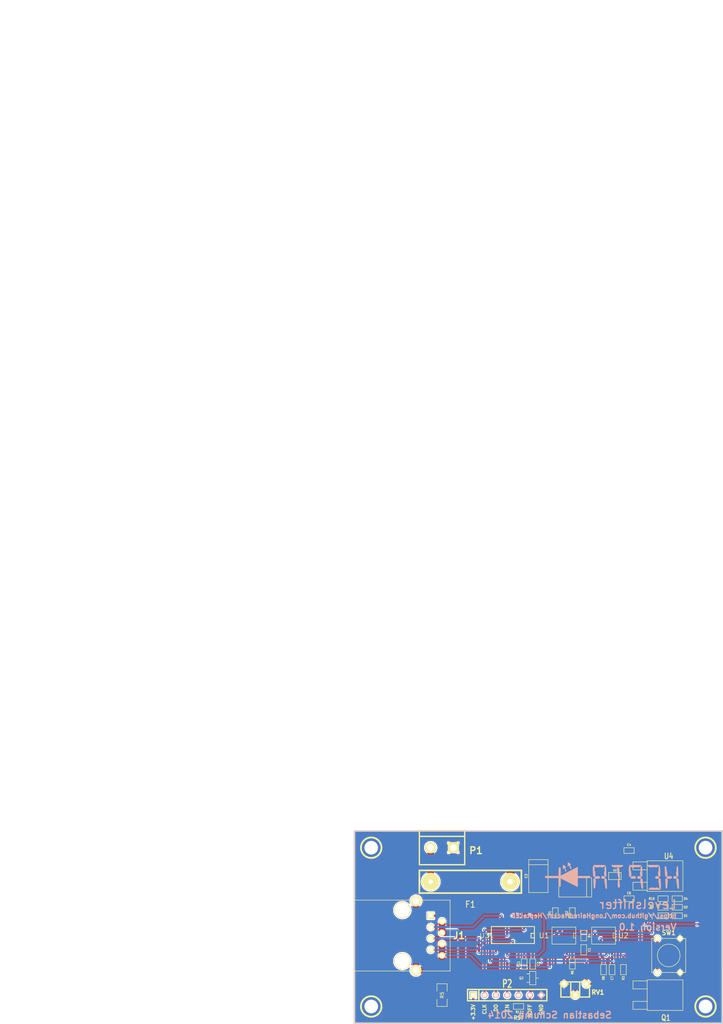
<source format=kicad_pcb>
(kicad_pcb (version 3) (host pcbnew "(2013-may-18)-stable")
  (layers (15 F.Cu signal) (0 B.Cu signal) (18 B.Paste user) (19 F.Paste user) (20 B.SilkS user) (21 F.SilkS user) (22 B.Mask user) (23 F.Mask user) (28 Edge.Cuts user))
  (net 0 "")
  (net 1 +24V)
  (net 2 +3.3V)
  (net 3 +5V)
  (net 4 3.3_Clock)
  (net 5 3.3_Data_Out)
  (net 6 3.3_Enable)
  (net 7 3.3_Reset)
  (net 8 BusOff)
  (net 9 Clock)
  (net 10 Data_Out)
  (net 11 Enable)
  (net 12 GND)
  (net 13 N-0000010)
  (net 14 N-0000011)
  (net 15 N-0000012)
  (net 16 N-0000013)
  (net 17 N-0000016)
  (net 18 N-0000018)
  (net 19 N-0000020)
  (net 20 N-0000022)
  (net 21 N-0000023)
  (net 22 N-0000024)
  (net 23 N-0000027)
  (net 24 N-0000028)
  (net 25 PowerOn)
  (net 26 Reset)
  (net 27 Sense)
  (net 28 Shutdown)
  (module trimmer_piher_pt6xh (layer F.Cu) (at 361.95 231.775)
    (fp_text reference RV1 (at 5.08 0.635) (layer F.SilkS) (effects (font (thickness 0.25))))
    (fp_text value POT hide)
    (pad 1 thru_hole circle (at 2.49936 -1.24968) (size 1.75006 1.75006) (drill 0.89916) (layers *.Cu *.Mask F.SilkS) (net 3 +5V))
    (pad 2 thru_hole circle (at 0 1.24968) (size 1.75006 1.75006) (drill 0.89916) (layers *.Cu *.Mask F.SilkS) (net 15 N-0000012))
    (pad 3 thru_hole circle (at -2.49936 -1.24968) (size 1.75006 1.75006) (drill 0.89916) (layers *.Cu *.Mask F.SilkS) (net 12 GND))
  )
  (module SW_PUSH_SMALL (layer F.Cu) (at 382.905 224.155 90)
    (fp_text reference SW1 (at 5.08 0 180) (layer F.SilkS) (effects (font (size 1.016 1.016) (thickness 0.2032))))
    (fp_text value SW_PUSH hide)
    (pad 1 thru_hole circle (at 3.81 -2.54 90) (size 1.397 1.397) (drill 0.8128) (layers *.Cu *.Mask F.SilkS) (net 22 N-0000024))
    (pad 2 thru_hole circle (at 3.81 2.54 90) (size 1.397 1.397) (drill 0.8128) (layers *.Cu *.Mask F.SilkS) (net 12 GND))
    (pad 1 thru_hole circle (at -3.81 -2.54 90) (size 1.397 1.397) (drill 0.8128) (layers *.Cu *.Mask F.SilkS) (net 22 N-0000024))
    (pad 2 thru_hole circle (at -3.81 2.54 90) (size 1.397 1.397) (drill 0.8128) (layers *.Cu *.Mask F.SilkS) (net 12 GND))
  )
  (module sot23 (layer F.Cu) (at 352.425 229.235 270)
    (fp_text reference Q2 (at 0 2.54 360) (layer F.SilkS) (effects (font (size 0.50038 0.50038) (thickness 0.09906))))
    (fp_text value NDS355 hide)
    (pad 1 smd rect (at -0.9525 1.05664 270) (size 0.59944 1.00076) (layers F.Cu F.Paste F.Mask) (net 18 N-0000018))
    (pad 2 smd rect (at 0 -1.05664 270) (size 0.59944 1.00076) (layers F.Cu F.Paste F.Mask) (net 17 N-0000016))
    (pad 3 smd rect (at 0.9525 1.05664 270) (size 0.59944 1.00076) (layers F.Cu F.Paste F.Mask) (net 12 GND))
  )
  (module sod123 (layer F.Cu) (at 370.84 206.375)
    (fp_text reference D3 (at 0 -1.27) (layer F.SilkS) (effects (font (size 0.39878 0.39878) (thickness 0.09906))))
    (fp_text value BAT42W hide)
    (pad 2 smd rect (at 1.67386 0) (size 0.8509 0.8509) (layers F.Cu F.Paste F.Mask) (net 1 +24V))
    (pad 1 smd rect (at -1.67386 0) (size 0.8509 0.8509) (layers F.Cu F.Paste F.Mask) (net 3 +5V))
  )
  (module SO8E (layer F.Cu) (at 368.3 219.71 180)
    (fp_text reference U2 (at -4.445 0 180) (layer F.SilkS) (effects (font (size 1.143 1.143) (thickness 0.1524))))
    (fp_text value SN74LVC1G74 hide)
    (pad 8 smd rect (at -1.905 -2.667 180) (size 0.59944 1.39954) (layers F.Cu F.Paste F.Mask) (net 3 +5V))
    (pad 1 smd rect (at -1.905 2.667 180) (size 0.59944 1.39954) (layers F.Cu F.Paste F.Mask) (net 12 GND))
    (pad 7 smd rect (at -0.635 -2.667 180) (size 0.59944 1.39954) (layers F.Cu F.Paste F.Mask) (net 28 Shutdown))
    (pad 6 smd rect (at 0.635 -2.667 180) (size 0.59944 1.39954) (layers F.Cu F.Paste F.Mask) (net 22 N-0000024))
    (pad 5 smd rect (at 1.905 -2.667 180) (size 0.59944 1.39954) (layers F.Cu F.Paste F.Mask) (net 8 BusOff))
    (pad 2 smd rect (at -0.635 2.667 180) (size 0.59944 1.39954) (layers F.Cu F.Paste F.Mask) (net 12 GND))
    (pad 3 smd rect (at 0.635 2.667 180) (size 0.59944 1.39954) (layers F.Cu F.Paste F.Mask) (net 25 PowerOn))
    (pad 4 smd rect (at 1.905 2.667 180) (size 0.59944 1.39954) (layers F.Cu F.Paste F.Mask) (net 12 GND))
  )
  (module SO8E (layer F.Cu) (at 359.41 219.71 180)
    (fp_text reference U1 (at 4.445 0 180) (layer F.SilkS) (effects (font (size 1.143 1.143) (thickness 0.1524))))
    (fp_text value LM358 hide)
    (pad 8 smd rect (at -1.905 -2.667 180) (size 0.59944 1.39954) (layers F.Cu F.Paste F.Mask) (net 3 +5V))
    (pad 1 smd rect (at -1.905 2.667 180) (size 0.59944 1.39954) (layers F.Cu F.Paste F.Mask) (net 21 N-0000023))
    (pad 7 smd rect (at -0.635 -2.667 180) (size 0.59944 1.39954) (layers F.Cu F.Paste F.Mask) (net 28 Shutdown))
    (pad 6 smd rect (at 0.635 -2.667 180) (size 0.59944 1.39954) (layers F.Cu F.Paste F.Mask) (net 20 N-0000022))
    (pad 5 smd rect (at 1.905 -2.667 180) (size 0.59944 1.39954) (layers F.Cu F.Paste F.Mask) (net 15 N-0000012))
    (pad 2 smd rect (at -0.635 2.667 180) (size 0.59944 1.39954) (layers F.Cu F.Paste F.Mask) (net 16 N-0000013))
    (pad 3 smd rect (at 0.635 2.667 180) (size 0.59944 1.39954) (layers F.Cu F.Paste F.Mask) (net 27 Sense))
    (pad 4 smd rect (at 1.905 2.667 180) (size 0.59944 1.39954) (layers F.Cu F.Paste F.Mask) (net 12 GND))
  )
  (module SM1206 (layer F.Cu) (at 332.105 233.045 270)
    (fp_text reference R5 (at 0 0 270) (layer F.SilkS) (effects (font (size 0.762 0.762) (thickness 0.127))))
    (fp_text value 0.05 hide)
    (pad 1 smd rect (at -1.651 0 270) (size 1.524 2.032) (layers F.Cu F.Paste F.Mask) (net 27 Sense))
    (pad 2 smd rect (at 1.651 0 270) (size 1.524 2.032) (layers F.Cu F.Paste F.Mask) (net 12 GND))
  )
  (module SM0603 (layer F.Cu) (at 384.81 215.265)
    (fp_text reference D1 (at 1.905 0) (layer F.SilkS) (effects (font (size 0.508 0.4572) (thickness 0.1143))))
    (fp_text value LED hide)
    (pad 1 smd rect (at -0.762 0) (size 0.635 1.143) (layers F.Cu F.Paste F.Mask) (net 19 N-0000020))
    (pad 2 smd rect (at 0.762 0) (size 0.635 1.143) (layers F.Cu F.Paste F.Mask) (net 12 GND))
  )
  (module SM0603 (layer F.Cu) (at 368.3 227.33 270)
    (fp_text reference R8 (at 1.905 0 270) (layer F.SilkS) (effects (font (size 0.508 0.4572) (thickness 0.1143))))
    (fp_text value 1k hide)
    (pad 1 smd rect (at -0.762 0 270) (size 0.635 1.143) (layers F.Cu F.Paste F.Mask) (net 22 N-0000024))
    (pad 2 smd rect (at 0.762 0 270) (size 0.635 1.143) (layers F.Cu F.Paste F.Mask) (net 3 +5V))
  )
  (module SM0603 (layer F.Cu) (at 361.315 226.06 270)
    (fp_text reference R6 (at 1.905 0 270) (layer F.SilkS) (effects (font (size 0.508 0.4572) (thickness 0.1143))))
    (fp_text value 1k hide)
    (pad 1 smd rect (at -0.762 0 270) (size 0.635 1.143) (layers F.Cu F.Paste F.Mask) (net 3 +5V))
    (pad 2 smd rect (at 0.762 0 270) (size 0.635 1.143) (layers F.Cu F.Paste F.Mask) (net 28 Shutdown))
  )
  (module SM0603 (layer F.Cu) (at 372.745 227.33 270)
    (fp_text reference R3 (at 1.905 0 270) (layer F.SilkS) (effects (font (size 0.508 0.4572) (thickness 0.1143))))
    (fp_text value 1k hide)
    (pad 1 smd rect (at -0.762 0 270) (size 0.635 1.143) (layers F.Cu F.Paste F.Mask) (net 3 +5V))
    (pad 2 smd rect (at 0.762 0 270) (size 0.635 1.143) (layers F.Cu F.Paste F.Mask) (net 25 PowerOn))
  )
  (module SM0603 (layer F.Cu) (at 381.635 215.265)
    (fp_text reference R7 (at -2.54 0) (layer F.SilkS) (effects (font (size 0.508 0.4572) (thickness 0.1143))))
    (fp_text value 1k hide)
    (pad 1 smd rect (at -0.762 0) (size 0.635 1.143) (layers F.Cu F.Paste F.Mask) (net 8 BusOff))
    (pad 2 smd rect (at 0.762 0) (size 0.635 1.143) (layers F.Cu F.Paste F.Mask) (net 19 N-0000020))
  )
  (module SM0603 (layer F.Cu) (at 361.315 214.63 270)
    (fp_text reference R2 (at 0 1.27 270) (layer F.SilkS) (effects (font (size 0.508 0.4572) (thickness 0.1143))))
    (fp_text value 90k hide)
    (pad 1 smd rect (at -0.762 0 270) (size 0.635 1.143) (layers F.Cu F.Paste F.Mask) (net 16 N-0000013))
    (pad 2 smd rect (at 0.762 0 270) (size 0.635 1.143) (layers F.Cu F.Paste F.Mask) (net 21 N-0000023))
  )
  (module SM0603 (layer F.Cu) (at 352.425 226.06 270)
    (fp_text reference C2 (at 0 -1.27 270) (layer F.SilkS) (effects (font (size 0.508 0.4572) (thickness 0.1143))))
    (fp_text value 100nf hide)
    (pad 1 smd rect (at -0.762 0 270) (size 0.635 1.143) (layers F.Cu F.Paste F.Mask) (net 3 +5V))
    (pad 2 smd rect (at 0.762 0 270) (size 0.635 1.143) (layers F.Cu F.Paste F.Mask) (net 12 GND))
  )
  (module SM0603 (layer F.Cu) (at 363.855 219.71 270)
    (fp_text reference R4 (at 0 -1.27 270) (layer F.SilkS) (effects (font (size 0.508 0.4572) (thickness 0.1143))))
    (fp_text value 100k hide)
    (pad 1 smd rect (at -0.762 0 270) (size 0.635 1.143) (layers F.Cu F.Paste F.Mask) (net 21 N-0000023))
    (pad 2 smd rect (at 0.762 0 270) (size 0.635 1.143) (layers F.Cu F.Paste F.Mask) (net 20 N-0000022))
  )
  (module SM0603 (layer F.Cu) (at 363.855 222.885 270)
    (fp_text reference C1 (at 0 -1.27 270) (layer F.SilkS) (effects (font (size 0.508 0.4572) (thickness 0.1143))))
    (fp_text value 100n hide)
    (pad 1 smd rect (at -0.762 0 270) (size 0.635 1.143) (layers F.Cu F.Paste F.Mask) (net 20 N-0000022))
    (pad 2 smd rect (at 0.762 0 270) (size 0.635 1.143) (layers F.Cu F.Paste F.Mask) (net 12 GND))
  )
  (module SM0603 (layer F.Cu) (at 370.205 227.33 270)
    (fp_text reference C7 (at 1.905 0 270) (layer F.SilkS) (effects (font (size 0.508 0.4572) (thickness 0.1143))))
    (fp_text value 100nf hide)
    (pad 1 smd rect (at -0.762 0 270) (size 0.635 1.143) (layers F.Cu F.Paste F.Mask) (net 3 +5V))
    (pad 2 smd rect (at 0.762 0 270) (size 0.635 1.143) (layers F.Cu F.Paste F.Mask) (net 12 GND))
  )
  (module SM0603 (layer F.Cu) (at 349.25 235.585)
    (fp_text reference R12 (at 0 1.27) (layer F.SilkS) (effects (font (size 0.508 0.4572) (thickness 0.1143))))
    (fp_text value 1k hide)
    (pad 1 smd rect (at -0.762 0) (size 0.635 1.143) (layers F.Cu F.Paste F.Mask) (net 2 +3.3V))
    (pad 2 smd rect (at 0.762 0) (size 0.635 1.143) (layers F.Cu F.Paste F.Mask) (net 17 N-0000016))
  )
  (module SM0603 (layer F.Cu) (at 350.52 226.06 270)
    (fp_text reference R11 (at 0 1.27 270) (layer F.SilkS) (effects (font (size 0.508 0.4572) (thickness 0.1143))))
    (fp_text value 1k hide)
    (pad 1 smd rect (at -0.762 0 270) (size 0.635 1.143) (layers F.Cu F.Paste F.Mask) (net 8 BusOff))
    (pad 2 smd rect (at 0.762 0 270) (size 0.635 1.143) (layers F.Cu F.Paste F.Mask) (net 18 N-0000018))
  )
  (module SM0603 (layer F.Cu) (at 374.015 200.66 180)
    (fp_text reference C4 (at 0 1.27 180) (layer F.SilkS) (effects (font (size 0.508 0.4572) (thickness 0.1143))))
    (fp_text value 100nF hide)
    (pad 1 smd rect (at -0.762 0 180) (size 0.635 1.143) (layers F.Cu F.Paste F.Mask) (net 1 +24V))
    (pad 2 smd rect (at 0.762 0 180) (size 0.635 1.143) (layers F.Cu F.Paste F.Mask) (net 12 GND))
  )
  (module SM0603 (layer F.Cu) (at 357.505 214.63 270)
    (fp_text reference R1 (at 0 1.27 270) (layer F.SilkS) (effects (font (size 0.508 0.4572) (thickness 0.1143))))
    (fp_text value 10k hide)
    (pad 1 smd rect (at -0.762 0 270) (size 0.635 1.143) (layers F.Cu F.Paste F.Mask) (net 16 N-0000013))
    (pad 2 smd rect (at 0.762 0 270) (size 0.635 1.143) (layers F.Cu F.Paste F.Mask) (net 12 GND))
  )
  (module SM0603 (layer F.Cu) (at 384.81 213.36)
    (fp_text reference D2 (at 1.905 0) (layer F.SilkS) (effects (font (size 0.508 0.4572) (thickness 0.1143))))
    (fp_text value LED hide)
    (pad 1 smd rect (at -0.762 0) (size 0.635 1.143) (layers F.Cu F.Paste F.Mask) (net 24 N-0000028))
    (pad 2 smd rect (at 0.762 0) (size 0.635 1.143) (layers F.Cu F.Paste F.Mask) (net 12 GND))
  )
  (module SM0603 (layer F.Cu) (at 381.635 213.36)
    (fp_text reference R9 (at -2.54 0) (layer F.SilkS) (effects (font (size 0.508 0.4572) (thickness 0.1143))))
    (fp_text value 1k hide)
    (pad 1 smd rect (at -0.762 0) (size 0.635 1.143) (layers F.Cu F.Paste F.Mask) (net 1 +24V))
    (pad 2 smd rect (at 0.762 0) (size 0.635 1.143) (layers F.Cu F.Paste F.Mask) (net 24 N-0000028))
  )
  (module SM0603 (layer F.Cu) (at 384.81 211.455)
    (fp_text reference D4 (at 1.905 0) (layer F.SilkS) (effects (font (size 0.508 0.4572) (thickness 0.1143))))
    (fp_text value LED hide)
    (pad 1 smd rect (at -0.762 0) (size 0.635 1.143) (layers F.Cu F.Paste F.Mask) (net 14 N-0000011))
    (pad 2 smd rect (at 0.762 0) (size 0.635 1.143) (layers F.Cu F.Paste F.Mask) (net 12 GND))
  )
  (module SM0603 (layer F.Cu) (at 381.635 211.455)
    (fp_text reference R10 (at -2.54 0) (layer F.SilkS) (effects (font (size 0.508 0.4572) (thickness 0.1143))))
    (fp_text value 1k hide)
    (pad 1 smd rect (at -0.762 0) (size 0.635 1.143) (layers F.Cu F.Paste F.Mask) (net 3 +5V))
    (pad 2 smd rect (at 0.762 0) (size 0.635 1.143) (layers F.Cu F.Paste F.Mask) (net 14 N-0000011))
  )
  (module SM0603 (layer F.Cu) (at 374.015 211.455 180)
    (fp_text reference C6 (at 0 1.27 180) (layer F.SilkS) (effects (font (size 0.508 0.4572) (thickness 0.1143))))
    (fp_text value 100nF hide)
    (pad 1 smd rect (at -0.762 0 180) (size 0.635 1.143) (layers F.Cu F.Paste F.Mask) (net 3 +5V))
    (pad 2 smd rect (at 0.762 0 180) (size 0.635 1.143) (layers F.Cu F.Paste F.Mask) (net 12 GND))
  )
  (module RJ45_MEBP_8-8G (layer F.Cu) (at 323.215 219.71 270)
    (fp_text reference J1 (at 0 -12.7 360) (layer F.SilkS) (effects (font (size 1.524 1.524) (thickness 0.3048))))
    (fp_text value RJ45 hide)
    (pad "" thru_hole circle (at 5.715 0 270) (size 3.64998 3.64998) (drill 3.2512) (layers *.Cu *.Mask F.SilkS))
    (pad "" thru_hole circle (at -5.715 0 270) (size 3.64998 3.64998) (drill 3.2512) (layers *.Cu *.Mask F.SilkS))
    (pad 1 thru_hole rect (at -4.445 -6.35 270) (size 1.50114 1.50114) (drill 0.89916) (layers *.Cu *.Mask F.SilkS) (net 9 Clock))
    (pad 2 thru_hole circle (at -3.175 -8.89 270) (size 1.50114 1.50114) (drill 0.89916) (layers *.Cu *.Mask F.SilkS) (net 23 N-0000027))
    (pad 3 thru_hole circle (at -1.905 -6.35 270) (size 1.50114 1.50114) (drill 0.89916) (layers *.Cu *.Mask F.SilkS) (net 11 Enable))
    (pad 4 thru_hole circle (at -0.635 -8.89 270) (size 1.50114 1.50114) (drill 0.89916) (layers *.Cu *.Mask F.SilkS) (net 23 N-0000027))
    (pad 5 thru_hole circle (at 0.635 -6.35 270) (size 1.50114 1.50114) (drill 0.89916) (layers *.Cu *.Mask F.SilkS) (net 10 Data_Out))
    (pad 6 thru_hole circle (at 1.905 -8.89 270) (size 1.50114 1.50114) (drill 0.89916) (layers *.Cu *.Mask F.SilkS) (net 27 Sense))
    (pad 7 thru_hole circle (at 3.175 -6.35 270) (size 1.50114 1.50114) (drill 0.89916) (layers *.Cu *.Mask F.SilkS) (net 26 Reset))
    (pad 8 thru_hole circle (at 4.445 -8.89 270) (size 1.50114 1.50114) (drill 0.89916) (layers *.Cu *.Mask F.SilkS) (net 27 Sense))
    (pad 9 thru_hole circle (at -7.745 -3.05 270) (size 2.5 2.5) (drill 1.6) (layers *.Cu *.Mask F.SilkS) (net 27 Sense))
    (pad 10 thru_hole circle (at 7.747 -3.05 270) (size 2.5 2.5) (drill 1.6) (layers *.Cu *.Mask F.SilkS) (net 27 Sense))
  )
  (module fuse1 (layer F.Cu) (at 338.455 207.645)
    (fp_text reference F1 (at 0 5.08) (layer F.SilkS) (effects (font (size 1.397 1.27) (thickness 0.2032))))
    (fp_text value FUSE hide)
    (pad 1 thru_hole circle (at -8.89 0) (size 4.0005 4.0005) (drill 1.00076) (layers *.Cu *.Mask F.SilkS) (net 13 N-0000010))
    (pad 2 thru_hole circle (at 8.89 0) (size 4.0005 4.0005) (drill 1.27) (layers *.Cu *.Mask F.SilkS) (net 1 +24V))
  )
  (module DPAK2 (layer F.Cu) (at 376.555 206.375 270)
    (fp_text reference U4 (at -4.445 -6.35 360) (layer F.SilkS) (effects (font (size 1.27 1.016) (thickness 0.2032))))
    (fp_text value TS2937 hide)
    (pad 1 smd rect (at -2.286 0 270) (size 1.651 3.048) (layers F.Cu F.Paste F.Mask) (net 1 +24V))
    (pad 2 smd rect (at 0 -6.35 270) (size 6.096 6.096) (layers F.Cu F.Paste F.Mask) (net 12 GND))
    (pad 3 smd rect (at 2.286 0 270) (size 1.651 3.048) (layers F.Cu F.Paste F.Mask) (net 3 +5V))
  )
  (module c_tant_D (layer F.Cu) (at 361.95 208.915)
    (fp_text reference C5 (at 0 -2.7305) (layer F.SilkS) (effects (font (size 0.50038 0.50038) (thickness 0.11938))))
    (fp_text value 10uF hide)
    (pad 1 smd rect (at 2.99974 0) (size 2.55016 2.70002) (layers F.Cu F.Paste F.Mask) (net 3 +5V))
    (pad 2 smd rect (at -2.99974 0) (size 2.55016 3.79984) (layers F.Cu F.Paste F.Mask) (net 12 GND))
  )
  (module c_tant_D (layer F.Cu) (at 353.695 206.375 90)
    (fp_text reference C3 (at 0 -2.7305 90) (layer F.SilkS) (effects (font (size 0.50038 0.50038) (thickness 0.11938))))
    (fp_text value 10uF hide)
    (pad 1 smd rect (at 2.99974 0 90) (size 2.55016 2.70002) (layers F.Cu F.Paste F.Mask) (net 1 +24V))
    (pad 2 smd rect (at -2.99974 0 90) (size 2.55016 3.79984) (layers F.Cu F.Paste F.Mask) (net 12 GND))
  )
  (module bornier2 (layer F.Cu) (at 332.105 200.025 180)
    (fp_text reference P1 (at -7.62 -0.635 180) (layer F.SilkS) (effects (font (size 1.524 1.524) (thickness 0.3048))))
    (fp_text value CONN_2 hide)
    (pad 1 thru_hole rect (at -2.54 0 180) (size 2.54 2.54) (drill 1.524) (layers *.Cu *.Mask F.SilkS) (net 12 GND))
    (pad 2 thru_hole circle (at 2.54 0 180) (size 2.54 2.54) (drill 1.524) (layers *.Cu *.Mask F.SilkS) (net 13 N-0000010))
  )
  (module SO14E (layer F.Cu) (at 347.98 219.71 180)
    (fp_text reference U3 (at 6.35 0 180) (layer F.SilkS) (effects (font (size 1.016 1.143) (thickness 0.127))))
    (fp_text value 74HCT125 hide)
    (pad 1 smd rect (at -3.81 2.794 180) (size 0.508 1.143) (layers F.Cu F.Paste F.Mask) (net 8 BusOff))
    (pad 2 smd rect (at -2.54 2.794 180) (size 0.508 1.143) (layers F.Cu F.Paste F.Mask) (net 4 3.3_Clock))
    (pad 3 smd rect (at -1.27 2.794 180) (size 0.508 1.143) (layers F.Cu F.Paste F.Mask) (net 9 Clock))
    (pad 4 smd rect (at 0 2.794 180) (size 0.508 1.143) (layers F.Cu F.Paste F.Mask) (net 8 BusOff))
    (pad 5 smd rect (at 1.27 2.794 180) (size 0.508 1.143) (layers F.Cu F.Paste F.Mask) (net 6 3.3_Enable))
    (pad 6 smd rect (at 2.54 2.794 180) (size 0.508 1.143) (layers F.Cu F.Paste F.Mask) (net 11 Enable))
    (pad 7 smd rect (at 3.81 2.794 180) (size 0.508 1.143) (layers F.Cu F.Paste F.Mask) (net 12 GND))
    (pad 8 smd rect (at 3.81 -2.54 180) (size 0.508 1.143) (layers F.Cu F.Paste F.Mask) (net 10 Data_Out))
    (pad 9 smd rect (at 2.54 -2.54 180) (size 0.508 1.143) (layers F.Cu F.Paste F.Mask) (net 5 3.3_Data_Out))
    (pad 10 smd rect (at 1.27 -2.54 180) (size 0.508 1.143) (layers F.Cu F.Paste F.Mask) (net 8 BusOff))
    (pad 11 smd rect (at 0 -2.54 180) (size 0.508 1.143) (layers F.Cu F.Paste F.Mask) (net 26 Reset))
    (pad 12 smd rect (at -1.27 -2.54 180) (size 0.508 1.143) (layers F.Cu F.Paste F.Mask) (net 7 3.3_Reset))
    (pad 13 smd rect (at -2.54 -2.54 180) (size 0.508 1.143) (layers F.Cu F.Paste F.Mask) (net 8 BusOff))
    (pad 14 smd rect (at -3.81 -2.54 180) (size 0.508 1.143) (layers F.Cu F.Paste F.Mask) (net 3 +5V))
  )
  (module DPAK2 (layer F.Cu) (at 376.555 233.045 270)
    (fp_text reference Q1 (at 5.08 -5.715 360) (layer F.SilkS) (effects (font (size 1.27 1.016) (thickness 0.2032))))
    (fp_text value IRLR110 hide)
    (pad 1 smd rect (at -2.286 0 270) (size 1.651 3.048) (layers F.Cu F.Paste F.Mask) (net 25 PowerOn))
    (pad 2 smd rect (at 0 -6.35 270) (size 6.096 6.096) (layers F.Cu F.Paste F.Mask) (net 1 +24V))
    (pad 3 smd rect (at 2.286 0 270) (size 1.651 3.048) (layers F.Cu F.Paste F.Mask) (net 23 N-0000027))
  )
  (module SIL-7 (layer F.Cu) (at 346.71 233.045)
    (fp_text reference P2 (at 0 -2.54) (layer F.SilkS) (effects (font (size 1.72974 1.08712) (thickness 0.3048))))
    (fp_text value CONN_7 hide)
    (pad 1 thru_hole rect (at -7.62 0) (size 1.397 1.397) (drill 0.8128) (layers *.Cu *.Mask F.SilkS) (net 2 +3.3V))
    (pad 2 thru_hole circle (at -5.08 0) (size 1.397 1.397) (drill 0.8128) (layers *.Cu *.SilkS *.Mask) (net 4 3.3_Clock))
    (pad 3 thru_hole circle (at -2.54 0) (size 1.397 1.397) (drill 0.8128) (layers *.Cu *.SilkS *.Mask) (net 5 3.3_Data_Out))
    (pad 4 thru_hole circle (at 0 0) (size 1.397 1.397) (drill 0.8128) (layers *.Cu *.SilkS *.Mask) (net 6 3.3_Enable))
    (pad 5 thru_hole circle (at 2.54 0) (size 1.397 1.397) (drill 0.8128) (layers *.Cu *.SilkS *.Mask) (net 7 3.3_Reset))
    (pad 6 thru_hole circle (at 5.08 0) (size 1.397 1.397) (drill 0.8128) (layers *.Cu *.SilkS *.Mask) (net 17 N-0000016))
    (pad 7 thru_hole circle (at 7.62 0) (size 1.397 1.397) (drill 0.8128) (layers *.Cu *.SilkS *.Mask) (net 12 GND))
  )
  (module 1pin (layer F.Cu) (at 316.23 200.025)
    (fp_text reference 1PIN hide)
    (fp_text value P*** hide)
    (pad 1 thru_hole circle (at 0 0) (size 4.5 4.5) (drill 3.048) (layers *.Cu *.Mask))
  )
  (module 1pin (layer F.Cu) (at 391.16 200.025)
    (fp_text reference 1PIN hide)
    (fp_text value P*** hide)
    (pad 1 thru_hole circle (at 0 0) (size 4.5 4.5) (drill 3.048) (layers *.Cu *.Mask))
  )
  (module 1pin (layer F.Cu) (at 391.16 235.585)
    (fp_text reference 1PIN hide)
    (fp_text value P*** hide)
    (pad 1 thru_hole circle (at 0 0) (size 4.5 4.5) (drill 3.048) (layers *.Cu *.Mask))
  )
  (module 1pin (layer F.Cu) (at 316.23 235.585)
    (fp_text reference 1PIN hide)
    (fp_text value P*** hide)
    (pad 1 thru_hole circle (at 0 0) (size 4.5 4.5) (drill 3.048) (layers *.Cu *.Mask))
  )
  (module logo_silkbot_30_00mm (layer B.Cu) (at 370.205 206.375)
    (fp_text reference G*** hide)
    (fp_text value logo_silkbot_30_00mm hide)
  )
  (gr_text "Sebastian Schumb 2014" (at 356.235 237.49) (layer B.SilkS) (effects (font (size 1.5 1.5) (thickness 0.3)) (justify mirror)))
  (gr_text "Version 1.0" (at 384.81 217.805) (layer B.SilkS) (effects (font (size 1.5 1.5) (thickness 0.3)) (justify left mirror)))
  (gr_text Levelshifter (at 384.81 212.725) (layer B.SilkS) (effects (font (size 2 2) (thickness 0.3)) (justify left mirror)))
  (gr_text https://github.com/LongHairedHacker/HeptaLED (at 384.81 215.265) (layer B.SilkS) (effects (font (size 1 1) (thickness 0.25)) (justify left mirror)))
  (gr_line (start 312.42 239.395) (end 312.42 196.215) (angle 90) (layer B.SilkS) (width 0.2))
  (gr_line (start 394.97 239.395) (end 312.42 239.395) (angle 90) (layer B.SilkS) (width 0.2))
  (gr_line (start 394.97 196.215) (end 394.97 239.395) (angle 90) (layer B.SilkS) (width 0.2))
  (gr_line (start 312.42 196.215) (end 394.97 196.215) (angle 90) (layer B.SilkS) (width 0.2))
  (gr_line (start 312.42 196.215) (end 312.42 239.395) (angle 90) (layer F.SilkS) (width 0.2))
  (gr_line (start 394.97 196.215) (end 312.42 196.215) (angle 90) (layer F.SilkS) (width 0.2))
  (gr_line (start 394.97 239.395) (end 394.97 196.215) (angle 90) (layer F.SilkS) (width 0.2))
  (gr_line (start 312.42 239.395) (end 394.97 239.395) (angle 90) (layer F.SilkS) (width 0.2))
  (gr_text GND (at 354.33 234.95 90) (layer F.SilkS) (effects (font (size 0.8 0.8) (thickness 0.2)) (justify right)))
  (gr_text BOFF (at 351.79 234.95 90) (layer F.SilkS) (effects (font (size 0.8 0.8) (thickness 0.2)) (justify right)))
  (gr_text RST (at 349.25 238.125) (layer F.SilkS) (effects (font (size 0.8 0.8) (thickness 0.2))))
  (gr_text EN (at 346.71 234.95 90) (layer F.SilkS) (effects (font (size 0.8 0.9) (thickness 0.2)) (justify right)))
  (gr_text DO (at 344.17 234.95 90) (layer F.SilkS) (effects (font (size 0.8 0.8) (thickness 0.2)) (justify right)))
  (gr_text CLK (at 341.63 234.95 90) (layer F.SilkS) (effects (font (size 0.8 0.8) (thickness 0.2)) (justify right)))
  (gr_text +3.3V (at 339.09 234.95 90) (layer F.SilkS) (effects (font (size 0.8 0.8) (thickness 0.2)) (justify right)))
  (gr_line (start 312.42 239.395) (end 394.97 239.395) (angle 90) (layer Edge.Cuts) (width 0.1))
  (gr_line (start 312.42 196.215) (end 394.97 196.215) (angle 90) (layer Edge.Cuts) (width 0.1))
  (gr_line (start 394.97 196.215) (end 394.97 239.395) (angle 90) (layer Edge.Cuts) (width 0.1))
  (gr_line (start 394.97 239.395) (end 394.97 226.695) (angle 90) (layer Edge.Cuts) (width 0.1))
  (gr_line (start 312.42 196.215) (end 312.42 239.395) (angle 90) (layer Edge.Cuts) (width 0.1))
  (target plus (at 233.045 10.16) (size 0.005) (width 0.1) (layer Edge.Cuts))
  (target plus (at 233.045 10.16) (size 0.005) (width 0.1) (layer Edge.Cuts))
  (segment (start 374.777 200.66) (end 376.555 200.66) (width 0.5) (layer F.Cu) (net 1))
  (segment (start 353.695 203.37526) (end 349.70974 203.37526) (width 1.5) (layer F.Cu) (net 1))
  (segment (start 347.345 205.74) (end 349.25 203.835) (width 1.5) (layer F.Cu) (net 1))
  (segment (start 347.345 205.74) (end 347.345 207.645) (width 1.5) (layer F.Cu) (net 1))
  (segment (start 349.70974 203.37526) (end 349.25 203.835) (width 1.5) (layer F.Cu) (net 1))
  (via (at 377.825 217.17) (size 0.6) (drill 0.2) (layers F.Cu B.Cu) (net 1))
  (segment (start 389.255 217.17) (end 377.825 217.17) (width 0.5) (layer B.Cu) (net 1))
  (segment (start 389.255 217.17) (end 389.255 217.17) (width 0.5) (layer F.Cu) (net 1))
  (segment (start 391.16 217.17) (end 389.255 217.17) (width 0.5) (layer F.Cu) (net 1))
  (via (at 389.255 217.17) (size 0.6) (drill 0.2) (layers F.Cu B.Cu) (net 1))
  (segment (start 379.095 213.36) (end 380.873 213.36) (width 0.5) (layer F.Cu) (net 1))
  (segment (start 377.825 214.63) (end 379.095 213.36) (width 0.5) (layer F.Cu) (net 1))
  (segment (start 377.825 214.63) (end 377.825 214.63) (width 0.5) (layer F.Cu) (net 1))
  (segment (start 377.825 217.17) (end 377.825 214.63) (width 0.5) (layer F.Cu) (net 1))
  (segment (start 391.16 205.74) (end 386.08 200.66) (width 1.5) (layer F.Cu) (net 1))
  (segment (start 387.35 233.045) (end 391.16 229.235) (width 1.5) (layer F.Cu) (net 1))
  (segment (start 382.905 233.045) (end 387.35 233.045) (width 1.5) (layer F.Cu) (net 1))
  (segment (start 391.16 205.74) (end 391.16 217.17) (width 1.5) (layer F.Cu) (net 1))
  (segment (start 391.16 217.17) (end 391.16 229.235) (width 1.5) (layer F.Cu) (net 1))
  (segment (start 376.555 201.93) (end 376.555 201.295) (width 1.5) (layer F.Cu) (net 1))
  (segment (start 376.555 201.295) (end 376.555 200.66) (width 1.5) (layer F.Cu) (net 1))
  (segment (start 376.555 201.93) (end 376.555 204.089) (width 1.5) (layer F.Cu) (net 1))
  (segment (start 386.08 200.66) (end 376.555 200.66) (width 1.5) (layer F.Cu) (net 1))
  (segment (start 372.51386 204.089) (end 371.80012 203.37526) (width 1.5) (layer F.Cu) (net 1))
  (segment (start 371.80012 203.37526) (end 353.695 203.37526) (width 1.5) (layer F.Cu) (net 1))
  (segment (start 372.51386 206.375) (end 372.51386 204.089) (width 0.5) (layer F.Cu) (net 1))
  (segment (start 372.745 204.47) (end 372.745 204.089) (width 0.5) (layer F.Cu) (net 1))
  (segment (start 372.745 204.32014) (end 372.745 204.47) (width 0.5) (layer F.Cu) (net 1))
  (segment (start 372.51386 204.089) (end 372.745 204.32014) (width 0.5) (layer F.Cu) (net 1))
  (segment (start 372.745 204.089) (end 376.555 204.089) (width 1.5) (layer F.Cu) (net 1))
  (segment (start 339.09 233.045) (end 339.09 234.95) (width 0.5) (layer F.Cu) (net 2))
  (segment (start 339.725 235.585) (end 339.09 234.95) (width 0.5) (layer F.Cu) (net 2))
  (segment (start 339.725 235.585) (end 348.488 235.585) (width 0.5) (layer F.Cu) (net 2))
  (segment (start 364.49 225.425) (end 354.33 225.425) (width 0.5) (layer B.Cu) (net 3))
  (segment (start 354.33 225.425) (end 354.203 225.298) (width 0.5) (layer F.Cu) (net 3))
  (segment (start 354.203 225.298) (end 352.425 225.298) (width 0.5) (layer F.Cu) (net 3))
  (via (at 354.33 225.425) (size 0.6) (drill 0.2) (layers F.Cu B.Cu) (net 3))
  (segment (start 368.3 228.092) (end 368.3 229.235) (width 0.5) (layer F.Cu) (net 3))
  (segment (start 364.46968 230.505) (end 367.03 230.505) (width 0.5) (layer F.Cu) (net 3))
  (segment (start 367.03 230.505) (end 368.3 229.235) (width 0.5) (layer F.Cu) (net 3))
  (segment (start 364.46968 230.505) (end 364.44936 230.52532) (width 0.5) (layer F.Cu) (net 3))
  (via (at 370.205 225.425) (size 0.6) (drill 0.2) (layers F.Cu B.Cu) (net 3))
  (via (at 364.49 225.425) (size 0.6) (drill 0.2) (layers F.Cu B.Cu) (net 3))
  (segment (start 364.49 225.425) (end 370.205 225.425) (width 0.5) (layer B.Cu) (net 3))
  (segment (start 370.205 226.568) (end 370.205 225.425) (width 0.5) (layer F.Cu) (net 3))
  (segment (start 370.205 225.425) (end 370.205 224.155) (width 0.5) (layer F.Cu) (net 3))
  (segment (start 364.49 225.425) (end 364.363 225.298) (width 0.5) (layer F.Cu) (net 3))
  (segment (start 364.49 230.48468) (end 364.49 226.06) (width 0.5) (layer F.Cu) (net 3))
  (segment (start 364.49 226.06) (end 364.49 225.425) (width 0.5) (layer F.Cu) (net 3))
  (segment (start 364.44936 230.52532) (end 364.49 230.48468) (width 0.5) (layer F.Cu) (net 3))
  (segment (start 364.363 225.298) (end 361.315 225.298) (width 0.5) (layer F.Cu) (net 3))
  (segment (start 351.79 222.25) (end 351.79 222.885) (width 0.5) (layer F.Cu) (net 3))
  (segment (start 352.425 223.52) (end 352.425 225.298) (width 0.5) (layer F.Cu) (net 3))
  (segment (start 351.79 222.885) (end 352.425 223.52) (width 0.5) (layer F.Cu) (net 3))
  (segment (start 376.555 211.455) (end 380.873 211.455) (width 0.5) (layer F.Cu) (net 3))
  (segment (start 372.745 224.155) (end 375.92 224.155) (width 0.5) (layer F.Cu) (net 3))
  (segment (start 375.92 224.155) (end 376.555 223.52) (width 0.5) (layer F.Cu) (net 3))
  (via (at 372.745 224.155) (size 0.6) (drill 0.2) (layers F.Cu B.Cu) (net 3))
  (via (at 370.205 224.155) (size 0.6) (drill 0.2) (layers F.Cu B.Cu) (net 3))
  (segment (start 370.205 224.155) (end 372.745 224.155) (width 0.5) (layer B.Cu) (net 3))
  (segment (start 372.745 224.155) (end 372.745 226.568) (width 0.5) (layer F.Cu) (net 3))
  (segment (start 376.555 223.52) (end 376.555 223.52) (width 0.5) (layer F.Cu) (net 3))
  (segment (start 376.555 223.52) (end 376.555 211.455) (width 0.5) (layer F.Cu) (net 3))
  (segment (start 374.777 211.455) (end 376.555 211.455) (width 0.5) (layer F.Cu) (net 3))
  (segment (start 376.555 208.661) (end 376.555 211.455) (width 0.5) (layer F.Cu) (net 3))
  (segment (start 369.16614 206.375) (end 369.16614 208.915) (width 0.5) (layer F.Cu) (net 3))
  (segment (start 369.16614 208.915) (end 368.935 208.915) (width 0.5) (layer F.Cu) (net 3))
  (segment (start 376.555 208.661) (end 371.729 208.661) (width 1.5) (layer F.Cu) (net 3))
  (segment (start 371.475 208.915) (end 368.935 208.915) (width 1.5) (layer F.Cu) (net 3))
  (segment (start 368.935 208.915) (end 364.94974 208.915) (width 1.5) (layer F.Cu) (net 3))
  (segment (start 371.729 208.661) (end 371.475 208.915) (width 1.5) (layer F.Cu) (net 3))
  (segment (start 361.315 225.298) (end 361.315 224.155) (width 0.5) (layer F.Cu) (net 3))
  (segment (start 361.315 224.155) (end 361.315 222.377) (width 0.5) (layer F.Cu) (net 3))
  (segment (start 370.205 222.377) (end 370.205 224.155) (width 0.5) (layer F.Cu) (net 3))
  (via (at 350.52 218.44) (size 0.6) (drill 0.2) (layers F.Cu B.Cu) (net 4))
  (segment (start 341.63 218.44) (end 350.52 218.44) (width 0.5) (layer B.Cu) (net 4))
  (segment (start 341.63 233.045) (end 341.63 218.44) (width 0.5) (layer F.Cu) (net 4))
  (via (at 341.63 218.44) (size 0.6) (drill 0.2) (layers F.Cu B.Cu) (net 4))
  (segment (start 350.52 218.44) (end 350.52 216.916) (width 0.5) (layer F.Cu) (net 4))
  (segment (start 345.44 222.25) (end 345.44 229.87) (width 0.5) (layer F.Cu) (net 5))
  (segment (start 344.17 231.14) (end 344.17 233.045) (width 0.5) (layer F.Cu) (net 5))
  (segment (start 345.44 229.87) (end 344.17 231.14) (width 0.5) (layer F.Cu) (net 5))
  (via (at 346.71 219.71) (size 0.6) (drill 0.2) (layers F.Cu B.Cu) (net 6))
  (segment (start 342.9 219.71) (end 346.71 219.71) (width 0.5) (layer B.Cu) (net 6))
  (via (at 342.9 225.425) (size 0.6) (drill 0.2) (layers F.Cu B.Cu) (net 6))
  (segment (start 346.71 225.425) (end 342.9 225.425) (width 0.5) (layer B.Cu) (net 6))
  (segment (start 346.71 233.045) (end 346.71 225.425) (width 0.5) (layer F.Cu) (net 6))
  (via (at 346.71 225.425) (size 0.6) (drill 0.2) (layers F.Cu B.Cu) (net 6))
  (segment (start 342.9 225.425) (end 342.9 219.71) (width 0.5) (layer F.Cu) (net 6))
  (via (at 342.9 219.71) (size 0.6) (drill 0.2) (layers F.Cu B.Cu) (net 6))
  (segment (start 346.71 219.71) (end 346.71 216.916) (width 0.5) (layer F.Cu) (net 6))
  (segment (start 349.25 233.045) (end 349.25 222.25) (width 0.5) (layer F.Cu) (net 7))
  (segment (start 366.395 219.075) (end 355.6 219.075) (width 0.5) (layer B.Cu) (net 8))
  (segment (start 355.6 219.075) (end 354.965 219.075) (width 0.5) (layer B.Cu) (net 8))
  (segment (start 350.52 224.155) (end 350.52 225.298) (width 0.5) (layer F.Cu) (net 8))
  (via (at 379.095 219.075) (size 0.6) (drill 0.2) (layers F.Cu B.Cu) (net 8))
  (segment (start 370.205 219.075) (end 377.825 219.075) (width 0.5) (layer B.Cu) (net 8))
  (segment (start 367.665 219.075) (end 370.205 219.075) (width 0.5) (layer B.Cu) (net 8))
  (segment (start 366.395 219.075) (end 367.665 219.075) (width 0.5) (layer B.Cu) (net 8))
  (segment (start 378.46 219.075) (end 379.095 219.075) (width 0.5) (layer B.Cu) (net 8))
  (segment (start 377.825 219.075) (end 378.46 219.075) (width 0.5) (layer B.Cu) (net 8))
  (segment (start 379.095 215.9) (end 379.095 219.075) (width 0.5) (layer F.Cu) (net 8))
  (segment (start 379.095 215.9) (end 379.73 215.265) (width 0.5) (layer F.Cu) (net 8))
  (segment (start 379.73 215.265) (end 380.873 215.265) (width 0.5) (layer F.Cu) (net 8))
  (via (at 346.71 224.155) (size 0.6) (drill 0.2) (layers F.Cu B.Cu) (net 8))
  (segment (start 350.52 224.155) (end 346.71 224.155) (width 0.5) (layer B.Cu) (net 8))
  (segment (start 346.71 224.155) (end 346.71 222.25) (width 0.5) (layer F.Cu) (net 8))
  (segment (start 354.965 219.075) (end 354.965 215.9) (width 0.5) (layer B.Cu) (net 8))
  (segment (start 353.695 215.265) (end 351.79 215.265) (width 0.5) (layer B.Cu) (net 8))
  (segment (start 354.33 215.265) (end 354.965 215.9) (width 0.5) (layer B.Cu) (net 8))
  (segment (start 353.695 215.265) (end 354.33 215.265) (width 0.5) (layer B.Cu) (net 8))
  (segment (start 354.965 222.885) (end 354.965 219.075) (width 0.5) (layer B.Cu) (net 8))
  (segment (start 354.965 222.885) (end 353.695 224.155) (width 0.5) (layer B.Cu) (net 8))
  (segment (start 353.695 224.155) (end 350.52 224.155) (width 0.5) (layer B.Cu) (net 8))
  (via (at 350.52 224.155) (size 0.6) (drill 0.2) (layers F.Cu B.Cu) (net 8))
  (via (at 347.98 215.265) (size 0.6) (drill 0.2) (layers F.Cu B.Cu) (net 8))
  (segment (start 347.98 215.265) (end 351.79 215.265) (width 0.5) (layer B.Cu) (net 8))
  (segment (start 347.98 216.916) (end 347.98 215.265) (width 0.5) (layer F.Cu) (net 8))
  (segment (start 351.79 215.265) (end 351.79 216.916) (width 0.5) (layer F.Cu) (net 8))
  (via (at 351.79 215.265) (size 0.6) (drill 0.2) (layers F.Cu B.Cu) (net 8))
  (segment (start 366.395 222.377) (end 366.395 219.075) (width 0.5) (layer F.Cu) (net 8))
  (via (at 366.395 219.075) (size 0.6) (drill 0.2) (layers F.Cu B.Cu) (net 8))
  (segment (start 350.52 224.155) (end 350.52 222.25) (width 0.5) (layer F.Cu) (net 8))
  (segment (start 329.565 215.265) (end 332.74 215.265) (width 0.5) (layer F.Cu) (net 9))
  (segment (start 340.995 213.995) (end 348.615 213.995) (width 0.5) (layer F.Cu) (net 9))
  (segment (start 338.455 216.535) (end 340.995 213.995) (width 0.5) (layer F.Cu) (net 9))
  (segment (start 334.645 216.535) (end 338.455 216.535) (width 0.5) (layer F.Cu) (net 9))
  (segment (start 348.615 213.995) (end 349.25 214.63) (width 0.5) (layer F.Cu) (net 9))
  (segment (start 349.25 214.63) (end 349.25 216.916) (width 0.5) (layer F.Cu) (net 9))
  (segment (start 333.375 215.265) (end 334.645 216.535) (width 0.5) (layer F.Cu) (net 9))
  (segment (start 332.74 215.265) (end 333.375 215.265) (width 0.5) (layer F.Cu) (net 9))
  (segment (start 329.565 220.345) (end 340.36 220.345) (width 0.5) (layer B.Cu) (net 10))
  (segment (start 344.17 223.52) (end 344.17 222.25) (width 0.5) (layer F.Cu) (net 10))
  (via (at 340.36 223.52) (size 0.6) (drill 0.2) (layers F.Cu B.Cu) (net 10))
  (segment (start 340.36 220.345) (end 340.36 223.52) (width 0.5) (layer F.Cu) (net 10))
  (via (at 340.36 220.345) (size 0.6) (drill 0.2) (layers F.Cu B.Cu) (net 10))
  (segment (start 340.36 223.52) (end 344.17 223.52) (width 0.5) (layer B.Cu) (net 10))
  (via (at 344.17 223.52) (size 0.6) (drill 0.2) (layers F.Cu B.Cu) (net 10))
  (via (at 345.44 215.265) (size 0.6) (drill 0.2) (layers F.Cu B.Cu) (net 11))
  (segment (start 345.44 216.916) (end 345.44 215.265) (width 0.5) (layer F.Cu) (net 11))
  (segment (start 339.09 217.805) (end 341.63 215.265) (width 0.5) (layer B.Cu) (net 11))
  (segment (start 341.63 215.265) (end 345.44 215.265) (width 0.5) (layer B.Cu) (net 11))
  (segment (start 335.28 217.805) (end 329.565 217.805) (width 0.5) (layer B.Cu) (net 11))
  (segment (start 335.28 217.805) (end 339.09 217.805) (width 0.5) (layer B.Cu) (net 11))
  (segment (start 357.505 217.043) (end 357.505 215.392) (width 0.5) (layer F.Cu) (net 12))
  (segment (start 329.565 200.025) (end 329.565 207.645) (width 1.5) (layer F.Cu) (net 13))
  (segment (start 382.397 211.455) (end 384.048 211.455) (width 0.5) (layer F.Cu) (net 14))
  (segment (start 361.95 233.02468) (end 361.95 229.235) (width 0.5) (layer F.Cu) (net 15))
  (segment (start 357.505 226.06) (end 359.41 227.965) (width 0.5) (layer F.Cu) (net 15))
  (segment (start 359.41 227.965) (end 360.68 227.965) (width 0.5) (layer F.Cu) (net 15))
  (segment (start 360.68 227.965) (end 361.95 229.235) (width 0.5) (layer F.Cu) (net 15))
  (segment (start 357.505 226.06) (end 357.505 222.377) (width 0.5) (layer F.Cu) (net 15))
  (segment (start 360.045 217.043) (end 360.045 215.265) (width 0.5) (layer F.Cu) (net 16))
  (segment (start 359.41 214.63) (end 359.41 213.868) (width 0.5) (layer F.Cu) (net 16))
  (segment (start 360.045 215.265) (end 359.41 214.63) (width 0.5) (layer F.Cu) (net 16))
  (segment (start 357.505 213.868) (end 359.41 213.868) (width 0.5) (layer F.Cu) (net 16))
  (segment (start 359.41 213.868) (end 361.315 213.868) (width 0.5) (layer F.Cu) (net 16))
  (segment (start 353.48164 229.235) (end 353.48164 230.71836) (width 0.5) (layer F.Cu) (net 17))
  (segment (start 351.79 232.41) (end 353.06 231.14) (width 0.5) (layer F.Cu) (net 17))
  (segment (start 351.79 232.41) (end 351.79 233.045) (width 0.5) (layer F.Cu) (net 17))
  (segment (start 353.48164 230.71836) (end 353.06 231.14) (width 0.5) (layer F.Cu) (net 17))
  (segment (start 351.79 233.045) (end 351.79 234.95) (width 0.5) (layer F.Cu) (net 17))
  (segment (start 351.79 235.585) (end 350.012 235.585) (width 0.5) (layer F.Cu) (net 17))
  (segment (start 351.79 234.95) (end 351.79 235.585) (width 0.5) (layer F.Cu) (net 17))
  (segment (start 351.36836 228.2825) (end 350.8375 228.2825) (width 0.5) (layer F.Cu) (net 18))
  (segment (start 350.52 227.965) (end 350.52 226.822) (width 0.5) (layer F.Cu) (net 18))
  (segment (start 350.8375 228.2825) (end 350.52 227.965) (width 0.5) (layer F.Cu) (net 18))
  (segment (start 382.397 215.265) (end 384.048 215.265) (width 0.5) (layer F.Cu) (net 19))
  (segment (start 363.855 220.472) (end 359.283 220.472) (width 0.5) (layer F.Cu) (net 20))
  (segment (start 358.775 220.98) (end 358.775 222.377) (width 0.5) (layer F.Cu) (net 20))
  (segment (start 359.283 220.472) (end 358.775 220.98) (width 0.5) (layer F.Cu) (net 20))
  (segment (start 363.855 220.472) (end 363.855 222.123) (width 0.5) (layer F.Cu) (net 20))
  (segment (start 361.315 215.392) (end 363.347 215.392) (width 0.5) (layer F.Cu) (net 21))
  (segment (start 363.855 215.9) (end 363.855 218.948) (width 0.5) (layer F.Cu) (net 21))
  (segment (start 363.347 215.392) (end 363.855 215.9) (width 0.5) (layer F.Cu) (net 21))
  (segment (start 361.315 217.043) (end 361.315 215.392) (width 0.5) (layer F.Cu) (net 21))
  (segment (start 380.365 220.345) (end 380.365 227.965) (width 0.5) (layer F.Cu) (net 22))
  (segment (start 368.3 226.568) (end 368.3 224.79) (width 0.5) (layer F.Cu) (net 22))
  (segment (start 367.665 224.155) (end 368.3 224.79) (width 0.5) (layer F.Cu) (net 22))
  (segment (start 367.665 224.155) (end 367.665 222.377) (width 0.5) (layer F.Cu) (net 22))
  (segment (start 367.665 222.377) (end 367.665 220.345) (width 0.5) (layer F.Cu) (net 22))
  (segment (start 367.665 220.345) (end 380.365 220.345) (width 0.5) (layer B.Cu) (net 22))
  (via (at 367.665 220.345) (size 0.6) (drill 0.2) (layers F.Cu B.Cu) (net 22))
  (segment (start 337.82 237.49) (end 368.3 237.49) (width 1.5) (layer F.Cu) (net 23))
  (segment (start 376.555 235.331) (end 370.459 235.331) (width 1.5) (layer F.Cu) (net 23))
  (segment (start 370.205 235.585) (end 368.3 237.49) (width 1.5) (layer F.Cu) (net 23))
  (segment (start 370.205 235.585) (end 370.459 235.331) (width 1.5) (layer F.Cu) (net 23))
  (segment (start 335.915 219.71) (end 336.55 220.345) (width 1.5) (layer F.Cu) (net 23))
  (segment (start 335.28 219.075) (end 335.915 219.71) (width 1.5) (layer F.Cu) (net 23))
  (segment (start 335.28 219.075) (end 332.105 219.075) (width 1.5) (layer F.Cu) (net 23))
  (segment (start 336.55 236.22) (end 337.82 237.49) (width 1.5) (layer F.Cu) (net 23))
  (segment (start 336.55 220.345) (end 336.55 236.22) (width 1.5) (layer F.Cu) (net 23))
  (segment (start 332.105 216.535) (end 332.105 219.075) (width 1.5) (layer F.Cu) (net 23))
  (segment (start 376.555 235.331) (end 376.301 235.585) (width 0.5) (layer F.Cu) (net 23))
  (segment (start 382.397 213.36) (end 384.048 213.36) (width 0.5) (layer F.Cu) (net 24))
  (segment (start 372.11 230.505) (end 372.364 230.759) (width 0.5) (layer F.Cu) (net 25))
  (segment (start 371.475 229.87) (end 372.11 230.505) (width 0.5) (layer F.Cu) (net 25))
  (segment (start 371.475 227.965) (end 371.475 229.87) (width 0.5) (layer F.Cu) (net 25))
  (segment (start 372.364 230.759) (end 376.555 230.759) (width 0.5) (layer F.Cu) (net 25))
  (segment (start 371.475 227.965) (end 371.602 228.092) (width 0.5) (layer F.Cu) (net 25))
  (segment (start 371.475 226.695) (end 371.475 227.965) (width 0.5) (layer F.Cu) (net 25))
  (segment (start 371.602 228.092) (end 372.745 228.092) (width 0.5) (layer F.Cu) (net 25))
  (segment (start 371.475 226.695) (end 371.475 215.9) (width 0.5) (layer F.Cu) (net 25))
  (segment (start 370.84 215.265) (end 371.475 215.9) (width 0.5) (layer F.Cu) (net 25))
  (segment (start 371.475 226.695) (end 371.475 226.695) (width 0.5) (layer F.Cu) (net 25))
  (segment (start 367.665 217.043) (end 367.665 215.9) (width 0.5) (layer F.Cu) (net 25))
  (segment (start 370.84 215.265) (end 370.84 215.265) (width 0.5) (layer F.Cu) (net 25))
  (segment (start 368.3 215.265) (end 370.84 215.265) (width 0.5) (layer F.Cu) (net 25))
  (segment (start 367.665 215.9) (end 368.3 215.265) (width 0.5) (layer F.Cu) (net 25))
  (segment (start 329.565 222.885) (end 338.455 222.885) (width 0.5) (layer B.Cu) (net 26))
  (segment (start 339.725 222.885) (end 338.455 222.885) (width 0.5) (layer B.Cu) (net 26))
  (segment (start 347.98 220.98) (end 341.63 220.98) (width 0.5) (layer B.Cu) (net 26))
  (segment (start 347.98 220.98) (end 347.98 222.25) (width 0.5) (layer F.Cu) (net 26))
  (via (at 347.98 220.98) (size 0.6) (drill 0.2) (layers F.Cu B.Cu) (net 26))
  (segment (start 341.63 220.98) (end 340.995 221.615) (width 0.5) (layer B.Cu) (net 26))
  (segment (start 340.995 221.615) (end 339.725 222.885) (width 0.5) (layer B.Cu) (net 26))
  (segment (start 326.265 227.457) (end 332.105 227.457) (width 1.5) (layer F.Cu) (net 27))
  (segment (start 332.105 227.457) (end 332.105 227.33) (width 1.5) (layer F.Cu) (net 27))
  (segment (start 326.265 211.965) (end 326.265 227.457) (width 1.5) (layer F.Cu) (net 27))
  (segment (start 340.995 226.695) (end 353.695 226.695) (width 0.5) (layer B.Cu) (net 27))
  (segment (start 338.455 224.155) (end 340.995 226.695) (width 0.5) (layer B.Cu) (net 27))
  (segment (start 338.455 224.155) (end 332.105 224.155) (width 0.5) (layer B.Cu) (net 27))
  (segment (start 356.235 220.98) (end 356.235 226.695) (width 0.5) (layer F.Cu) (net 27))
  (segment (start 353.695 226.695) (end 356.235 226.695) (width 0.5) (layer B.Cu) (net 27))
  (segment (start 358.14 219.075) (end 356.235 220.98) (width 0.5) (layer F.Cu) (net 27))
  (segment (start 358.775 218.44) (end 358.14 219.075) (width 0.5) (layer F.Cu) (net 27))
  (segment (start 358.775 217.043) (end 358.775 218.44) (width 0.5) (layer F.Cu) (net 27))
  (via (at 356.235 226.695) (size 0.6) (drill 0.2) (layers F.Cu B.Cu) (net 27))
  (segment (start 332.105 224.155) (end 332.105 227.33) (width 1.5) (layer F.Cu) (net 27))
  (segment (start 332.105 227.33) (end 332.105 231.394) (width 1.5) (layer F.Cu) (net 27))
  (segment (start 332.105 221.615) (end 332.105 224.155) (width 1.5) (layer F.Cu) (net 27))
  (via (at 360.045 224.155) (size 0.6) (drill 0.2) (layers F.Cu B.Cu) (net 28))
  (via (at 368.935 224.155) (size 0.6) (drill 0.2) (layers F.Cu B.Cu) (net 28))
  (segment (start 368.935 224.155) (end 360.045 224.155) (width 0.5) (layer B.Cu) (net 28))
  (segment (start 368.935 222.377) (end 368.935 224.155) (width 0.5) (layer F.Cu) (net 28))
  (segment (start 368.935 224.155) (end 368.935 224.155) (width 0.5) (layer F.Cu) (net 28))
  (segment (start 361.315 226.822) (end 360.172 226.822) (width 0.5) (layer F.Cu) (net 28))
  (segment (start 360.172 226.822) (end 360.045 226.695) (width 0.5) (layer F.Cu) (net 28))
  (segment (start 360.045 224.155) (end 360.045 222.377) (width 0.5) (layer F.Cu) (net 28))
  (segment (start 359.41 226.06) (end 360.045 226.695) (width 0.5) (layer F.Cu) (net 28))
  (segment (start 359.41 224.79) (end 359.41 226.06) (width 0.5) (layer F.Cu) (net 28))
  (segment (start 360.045 224.155) (end 359.41 224.79) (width 0.5) (layer F.Cu) (net 28))
  (zone (net 12) (net_name GND) (layer B.Cu) (connect_pads (clearance 0.17018)) (min_thickness 0.17) (fill (arc_segments 32) (thermal_gap 0.17) (thermal_bridge_width 2))
    (polygon (pts (xy 312.42 196.215) (xy 312.42 239.395) (xy 394.97 239.395) (xy 394.97 196.215)))
  )
  (zone (net 12) (net_name GND) (layer F.Cu) (connect_pads (clearance 0.17)) (min_thickness 0.17) (fill (arc_segments 32) (thermal_gap 0.17) (thermal_bridge_width 2))
    (polygon (pts (xy 312.42 196.215) (xy 394.97 196.215) (xy 394.97 239.395) (xy 312.42 239.395)))
  )
)
</source>
